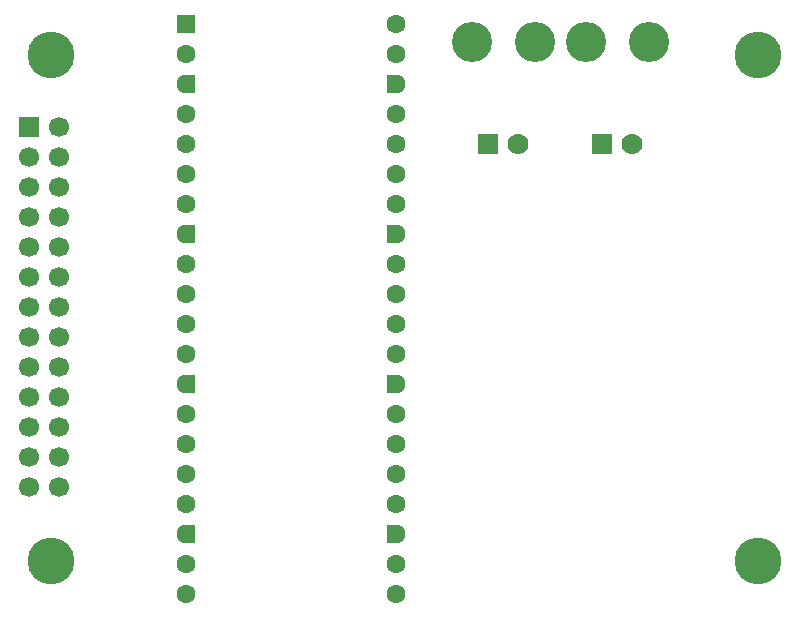
<source format=gbr>
%TF.GenerationSoftware,KiCad,Pcbnew,9.0.2-9.0.2-0~ubuntu24.04.1*%
%TF.CreationDate,2025-06-13T20:07:30-07:00*%
%TF.ProjectId,Pico-CAN,5069636f-2d43-4414-9e2e-6b696361645f,1.0*%
%TF.SameCoordinates,Original*%
%TF.FileFunction,Soldermask,Bot*%
%TF.FilePolarity,Negative*%
%FSLAX46Y46*%
G04 Gerber Fmt 4.6, Leading zero omitted, Abs format (unit mm)*
G04 Created by KiCad (PCBNEW 9.0.2-9.0.2-0~ubuntu24.04.1) date 2025-06-13 20:07:30*
%MOMM*%
%LPD*%
G01*
G04 APERTURE LIST*
G04 Aperture macros list*
%AMRoundRect*
0 Rectangle with rounded corners*
0 $1 Rounding radius*
0 $2 $3 $4 $5 $6 $7 $8 $9 X,Y pos of 4 corners*
0 Add a 4 corners polygon primitive as box body*
4,1,4,$2,$3,$4,$5,$6,$7,$8,$9,$2,$3,0*
0 Add four circle primitives for the rounded corners*
1,1,$1+$1,$2,$3*
1,1,$1+$1,$4,$5*
1,1,$1+$1,$6,$7*
1,1,$1+$1,$8,$9*
0 Add four rect primitives between the rounded corners*
20,1,$1+$1,$2,$3,$4,$5,0*
20,1,$1+$1,$4,$5,$6,$7,0*
20,1,$1+$1,$6,$7,$8,$9,0*
20,1,$1+$1,$8,$9,$2,$3,0*%
%AMFreePoly0*
4,1,37,0.603843,0.796157,0.639018,0.796157,0.711114,0.766294,0.766294,0.711114,0.796157,0.639018,0.796157,0.603843,0.800000,0.600000,0.800000,-0.600000,0.796157,-0.603843,0.796157,-0.639018,0.766294,-0.711114,0.711114,-0.766294,0.639018,-0.796157,0.603843,-0.796157,0.600000,-0.800000,0.000000,-0.800000,0.000000,-0.796148,-0.078414,-0.796148,-0.232228,-0.765552,-0.377117,-0.705537,
-0.507515,-0.618408,-0.618408,-0.507515,-0.705537,-0.377117,-0.765552,-0.232228,-0.796148,-0.078414,-0.796148,0.078414,-0.765552,0.232228,-0.705537,0.377117,-0.618408,0.507515,-0.507515,0.618408,-0.377117,0.705537,-0.232228,0.765552,-0.078414,0.796148,0.000000,0.796148,0.000000,0.800000,0.600000,0.800000,0.603843,0.796157,0.603843,0.796157,$1*%
%AMFreePoly1*
4,1,37,0.000000,0.796148,0.078414,0.796148,0.232228,0.765552,0.377117,0.705537,0.507515,0.618408,0.618408,0.507515,0.705537,0.377117,0.765552,0.232228,0.796148,0.078414,0.796148,-0.078414,0.765552,-0.232228,0.705537,-0.377117,0.618408,-0.507515,0.507515,-0.618408,0.377117,-0.705537,0.232228,-0.765552,0.078414,-0.796148,0.000000,-0.796148,0.000000,-0.800000,-0.600000,-0.800000,
-0.603843,-0.796157,-0.639018,-0.796157,-0.711114,-0.766294,-0.766294,-0.711114,-0.796157,-0.639018,-0.796157,-0.603843,-0.800000,-0.600000,-0.800000,0.600000,-0.796157,0.603843,-0.796157,0.639018,-0.766294,0.711114,-0.711114,0.766294,-0.639018,0.796157,-0.603843,0.796157,-0.600000,0.800000,0.000000,0.800000,0.000000,0.796148,0.000000,0.796148,$1*%
G04 Aperture macros list end*
%ADD10C,3.962400*%
%ADD11C,3.400000*%
%ADD12R,1.778000X1.778000*%
%ADD13C,1.778000*%
%ADD14RoundRect,0.200000X-0.600000X-0.600000X0.600000X-0.600000X0.600000X0.600000X-0.600000X0.600000X0*%
%ADD15C,1.600000*%
%ADD16FreePoly0,0.000000*%
%ADD17FreePoly1,0.000000*%
%ADD18R,1.700000X1.700000*%
%ADD19C,1.700000*%
G04 APERTURE END LIST*
D10*
%TO.C,H4*%
X232920000Y-150920000D03*
%TD*%
D11*
%TO.C,J3*%
X218330000Y-106953500D03*
X223670000Y-106953500D03*
D12*
X219730000Y-115593500D03*
D13*
X222270000Y-115593500D03*
%TD*%
D10*
%TO.C,H3*%
X173080000Y-150920000D03*
%TD*%
%TO.C,H2*%
X232920000Y-108080000D03*
%TD*%
%TO.C,H1*%
X173080000Y-108080000D03*
%TD*%
D11*
%TO.C,J2*%
X208660000Y-107000000D03*
X214000000Y-107000000D03*
D12*
X210060000Y-115640000D03*
D13*
X212600000Y-115640000D03*
%TD*%
D14*
%TO.C,A1*%
X184500000Y-105440000D03*
D15*
X184500000Y-107980000D03*
D16*
X184500000Y-110520000D03*
D15*
X184500000Y-113060000D03*
X184500000Y-115600000D03*
X184500000Y-118140000D03*
X184500000Y-120680000D03*
D16*
X184500000Y-123220000D03*
D15*
X184500000Y-125760000D03*
X184500000Y-128300000D03*
X184500000Y-130840000D03*
X184500000Y-133380000D03*
D16*
X184500000Y-135920000D03*
D15*
X184500000Y-138460000D03*
X184500000Y-141000000D03*
X184500000Y-143540000D03*
X184500000Y-146080000D03*
D16*
X184500000Y-148620000D03*
D15*
X184500000Y-151160000D03*
X184500000Y-153700000D03*
X202280000Y-153700000D03*
X202280000Y-151160000D03*
D17*
X202280000Y-148620000D03*
D15*
X202280000Y-146080000D03*
X202280000Y-143540000D03*
X202280000Y-141000000D03*
X202280000Y-138460000D03*
D17*
X202280000Y-135920000D03*
D15*
X202280000Y-133380000D03*
X202280000Y-130840000D03*
X202280000Y-128300000D03*
X202280000Y-125760000D03*
D17*
X202280000Y-123220000D03*
D15*
X202280000Y-120680000D03*
X202280000Y-118140000D03*
X202280000Y-115600000D03*
X202280000Y-113060000D03*
D17*
X202280000Y-110520000D03*
D15*
X202280000Y-107980000D03*
X202280000Y-105440000D03*
%TD*%
D18*
%TO.C,J1*%
X171196000Y-114173000D03*
D19*
X173736000Y-114173000D03*
X171196000Y-116713000D03*
X173736000Y-116713000D03*
X171196000Y-119253000D03*
X173736000Y-119253000D03*
X171196000Y-121793000D03*
X173736000Y-121793000D03*
X171196000Y-124333000D03*
X173736000Y-124333000D03*
X171196000Y-126873000D03*
X173736000Y-126873000D03*
X171196000Y-129413000D03*
X173736000Y-129413000D03*
X171196000Y-131953000D03*
X173736000Y-131953000D03*
X171196000Y-134493000D03*
X173736000Y-134493000D03*
X171196000Y-137033000D03*
X173736000Y-137033000D03*
X171196000Y-139573000D03*
X173736000Y-139573000D03*
X171196000Y-142113000D03*
X173736000Y-142113000D03*
X171196000Y-144653000D03*
X173736000Y-144653000D03*
%TD*%
M02*

</source>
